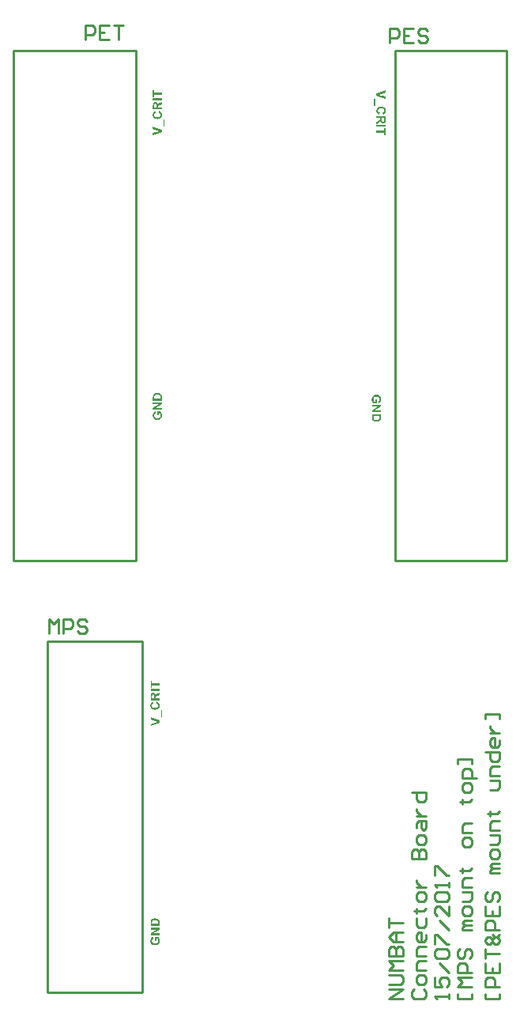
<source format=gto>
G04 Layer_Color=65535*
%FSLAX23Y23*%
%MOIN*%
G70*
G01*
G75*
%ADD17C,0.010*%
G36*
X876Y1705D02*
Y1697D01*
X838Y1683D01*
Y1691D01*
X866Y1701D01*
X838Y1711D01*
Y1719D01*
X876Y1705D01*
D02*
G37*
G36*
X868Y3086D02*
X869D01*
X869Y3086D01*
X870Y3086D01*
X871Y3086D01*
X872Y3086D01*
X874Y3086D01*
X875Y3085D01*
X875D01*
X875Y3085D01*
X876Y3085D01*
X876Y3085D01*
X876Y3085D01*
X877Y3085D01*
X878Y3084D01*
X879Y3084D01*
X880Y3083D01*
X881Y3082D01*
X882Y3081D01*
X882Y3081D01*
X882Y3081D01*
X883Y3080D01*
X883Y3080D01*
X884Y3079D01*
X884Y3078D01*
X885Y3077D01*
X885Y3076D01*
Y3076D01*
X885Y3076D01*
Y3075D01*
X885Y3075D01*
X885Y3075D01*
X885Y3074D01*
X886Y3073D01*
X886Y3072D01*
X886Y3070D01*
X886Y3069D01*
Y3054D01*
X847D01*
Y3068D01*
Y3068D01*
Y3069D01*
Y3069D01*
Y3069D01*
Y3070D01*
X847Y3070D01*
X848Y3071D01*
X848Y3072D01*
X848Y3074D01*
X848Y3075D01*
X848Y3076D01*
Y3076D01*
X848Y3076D01*
X848Y3076D01*
X848Y3076D01*
X849Y3077D01*
X849Y3078D01*
X850Y3079D01*
X850Y3080D01*
X851Y3081D01*
X852Y3081D01*
Y3082D01*
X852Y3082D01*
X852Y3082D01*
X853Y3082D01*
X853Y3083D01*
X854Y3083D01*
X855Y3084D01*
X857Y3085D01*
X858Y3085D01*
X858D01*
X858Y3085D01*
X858Y3085D01*
X859Y3085D01*
X859Y3085D01*
X859Y3086D01*
X860Y3086D01*
X860Y3086D01*
X861Y3086D01*
X862Y3086D01*
X863Y3086D01*
X863Y3086D01*
X865Y3086D01*
X867Y3086D01*
X868D01*
X868Y3086D01*
D02*
G37*
G36*
X886Y3038D02*
X861Y3023D01*
X886D01*
Y3016D01*
X847D01*
Y3023D01*
X873Y3039D01*
X847D01*
Y3046D01*
X886D01*
Y3038D01*
D02*
G37*
G36*
X887Y1718D02*
X882D01*
Y1749D01*
X887D01*
Y1718D01*
D02*
G37*
G36*
X876Y1830D02*
X838D01*
Y1838D01*
X876D01*
Y1830D01*
D02*
G37*
G36*
Y1817D02*
X868Y1811D01*
X868Y1811D01*
X867Y1811D01*
X867Y1811D01*
X867Y1811D01*
X867Y1810D01*
X866Y1810D01*
X865Y1809D01*
X864Y1809D01*
X863Y1808D01*
X863Y1807D01*
X862Y1807D01*
X862Y1807D01*
X862Y1807D01*
X862Y1807D01*
X862Y1807D01*
X861Y1806D01*
X861Y1806D01*
X861Y1806D01*
X861Y1805D01*
X860Y1805D01*
Y1805D01*
X860Y1804D01*
X860Y1804D01*
X860Y1804D01*
X860Y1803D01*
X860Y1802D01*
X860Y1802D01*
Y1801D01*
Y1799D01*
X876D01*
Y1791D01*
X838D01*
Y1808D01*
Y1808D01*
Y1808D01*
Y1808D01*
Y1809D01*
X838Y1809D01*
Y1810D01*
X838Y1810D01*
Y1811D01*
X838Y1813D01*
X838Y1814D01*
X838Y1815D01*
X838Y1816D01*
X839Y1817D01*
Y1817D01*
X839Y1817D01*
X839Y1817D01*
X839Y1818D01*
X839Y1818D01*
X840Y1819D01*
X841Y1820D01*
X841Y1820D01*
X842Y1821D01*
X842D01*
X842Y1821D01*
X843Y1821D01*
X843Y1821D01*
X843Y1822D01*
X844Y1822D01*
X845Y1822D01*
X846Y1823D01*
X847Y1823D01*
X848Y1823D01*
X849D01*
X849Y1823D01*
X849D01*
X850Y1823D01*
X851Y1822D01*
X852Y1822D01*
X853Y1822D01*
X854Y1821D01*
X855Y1821D01*
X856Y1820D01*
X856Y1820D01*
X856Y1820D01*
X856Y1820D01*
X856Y1820D01*
X856Y1820D01*
X856Y1819D01*
X857Y1819D01*
X857Y1818D01*
X857Y1818D01*
X858Y1817D01*
X858Y1817D01*
X858Y1816D01*
X858Y1815D01*
X859Y1814D01*
X859Y1814D01*
X859Y1813D01*
Y1813D01*
X859Y1813D01*
X859Y1813D01*
X860Y1814D01*
X860Y1814D01*
X860Y1815D01*
X861Y1815D01*
X862Y1816D01*
X862Y1817D01*
X862Y1817D01*
X863Y1817D01*
X863Y1817D01*
X864Y1818D01*
X865Y1819D01*
X865Y1819D01*
X866Y1819D01*
X866Y1820D01*
X867Y1820D01*
X868Y1821D01*
X868Y1821D01*
X876Y1826D01*
Y1817D01*
D02*
G37*
G36*
X864Y1785D02*
X865Y1785D01*
X865Y1784D01*
X866Y1784D01*
X866Y1784D01*
X867Y1784D01*
X868Y1783D01*
X869Y1783D01*
X871Y1782D01*
X872Y1780D01*
X873Y1780D01*
X874Y1779D01*
X874Y1779D01*
X874Y1779D01*
X874Y1779D01*
X874Y1778D01*
X874Y1778D01*
X875Y1777D01*
X875Y1777D01*
X875Y1776D01*
X875Y1775D01*
X876Y1775D01*
X876Y1774D01*
X876Y1773D01*
X876Y1772D01*
X877Y1771D01*
X877Y1770D01*
X877Y1769D01*
Y1769D01*
Y1768D01*
X877Y1768D01*
X877Y1767D01*
X876Y1767D01*
X876Y1766D01*
X876Y1765D01*
X876Y1764D01*
X876Y1763D01*
X875Y1762D01*
X875Y1761D01*
X874Y1760D01*
X874Y1759D01*
X873Y1758D01*
X872Y1757D01*
X871Y1756D01*
X871Y1756D01*
X871Y1756D01*
X871Y1756D01*
X870Y1755D01*
X870Y1755D01*
X869Y1755D01*
X869Y1754D01*
X868Y1754D01*
X867Y1753D01*
X866Y1753D01*
X864Y1752D01*
X863Y1752D01*
X862Y1752D01*
X860Y1752D01*
X859Y1751D01*
X857Y1751D01*
X857D01*
X856Y1751D01*
X856D01*
X855Y1751D01*
X854Y1752D01*
X853Y1752D01*
X852Y1752D01*
X850Y1752D01*
X849Y1753D01*
X848Y1753D01*
X847Y1753D01*
X846Y1754D01*
X844Y1755D01*
X843Y1755D01*
X842Y1756D01*
X842Y1756D01*
X842Y1756D01*
X842Y1757D01*
X841Y1757D01*
X841Y1758D01*
X841Y1758D01*
X840Y1759D01*
X840Y1760D01*
X839Y1761D01*
X839Y1762D01*
X838Y1763D01*
X838Y1764D01*
X837Y1765D01*
X837Y1766D01*
X837Y1768D01*
X837Y1769D01*
Y1769D01*
Y1770D01*
Y1770D01*
X837Y1770D01*
X837Y1771D01*
X837Y1772D01*
X837Y1772D01*
X837Y1773D01*
X838Y1774D01*
X838Y1775D01*
X838Y1776D01*
X839Y1777D01*
X839Y1778D01*
X840Y1779D01*
X840Y1780D01*
X841Y1781D01*
Y1781D01*
X841Y1781D01*
X841Y1781D01*
X841Y1781D01*
X842Y1781D01*
X842Y1782D01*
X843Y1782D01*
X844Y1783D01*
X845Y1783D01*
X846Y1784D01*
X848Y1785D01*
X850Y1777D01*
X850D01*
X850Y1777D01*
X850D01*
X849Y1777D01*
X849Y1777D01*
X848Y1776D01*
X847Y1776D01*
X847Y1775D01*
X846Y1775D01*
X845Y1774D01*
X845Y1774D01*
X845Y1774D01*
X845Y1773D01*
X844Y1773D01*
X844Y1772D01*
X844Y1771D01*
X844Y1770D01*
X843Y1769D01*
Y1769D01*
Y1769D01*
Y1768D01*
X844Y1768D01*
X844Y1768D01*
X844Y1767D01*
X844Y1766D01*
X844Y1765D01*
X845Y1764D01*
X845Y1763D01*
X846Y1763D01*
X846Y1762D01*
X847Y1762D01*
X847D01*
X847Y1762D01*
X847Y1762D01*
X847Y1761D01*
X848Y1761D01*
X848Y1761D01*
X848Y1761D01*
X849Y1761D01*
X850Y1760D01*
X850Y1760D01*
X851Y1760D01*
X852Y1760D01*
X853Y1759D01*
X854Y1759D01*
X855Y1759D01*
X857Y1759D01*
X857D01*
X858Y1759D01*
X858D01*
X859Y1759D01*
X860Y1759D01*
X861Y1760D01*
X862Y1760D01*
X864Y1760D01*
X865Y1761D01*
X866Y1761D01*
X866Y1761D01*
X867Y1762D01*
X867Y1762D01*
X867Y1762D01*
X867Y1762D01*
X867Y1762D01*
X868Y1763D01*
X868Y1764D01*
X869Y1765D01*
X870Y1766D01*
X870Y1767D01*
X870Y1768D01*
X870Y1769D01*
Y1769D01*
Y1769D01*
Y1769D01*
X870Y1769D01*
X870Y1770D01*
X870Y1770D01*
X870Y1771D01*
X869Y1772D01*
X869Y1773D01*
X868Y1774D01*
X868Y1774D01*
X868Y1774D01*
X867Y1775D01*
X867Y1775D01*
X866Y1776D01*
X865Y1776D01*
X863Y1777D01*
X862Y1777D01*
X864Y1785D01*
X864D01*
X864Y1785D01*
D02*
G37*
G36*
X858Y872D02*
X859D01*
X859Y872D01*
X860Y872D01*
X861Y872D01*
X863Y871D01*
X864Y871D01*
X865Y871D01*
X865D01*
X865Y871D01*
X866Y870D01*
X866Y870D01*
X866Y870D01*
X867Y870D01*
X868Y870D01*
X869Y869D01*
X870Y868D01*
X871Y867D01*
X872Y867D01*
X872Y866D01*
X872Y866D01*
X873Y866D01*
X873Y865D01*
X874Y864D01*
X874Y863D01*
X875Y862D01*
X875Y861D01*
Y861D01*
X875Y861D01*
Y861D01*
X875Y861D01*
X875Y860D01*
X876Y859D01*
X876Y858D01*
X876Y857D01*
X876Y856D01*
X876Y854D01*
Y840D01*
X838D01*
Y854D01*
Y854D01*
Y854D01*
Y854D01*
Y855D01*
Y855D01*
X838Y855D01*
X838Y857D01*
X838Y858D01*
X838Y859D01*
X838Y860D01*
X838Y861D01*
Y861D01*
X838Y861D01*
X838Y861D01*
X839Y862D01*
X839Y862D01*
X839Y863D01*
X840Y864D01*
X840Y865D01*
X841Y866D01*
X842Y867D01*
Y867D01*
X842Y867D01*
X842Y867D01*
X843Y868D01*
X844Y868D01*
X845Y869D01*
X846Y869D01*
X847Y870D01*
X848Y871D01*
X848D01*
X848Y871D01*
X849Y871D01*
X849Y871D01*
X849Y871D01*
X850Y871D01*
X850Y871D01*
X851Y871D01*
X851Y871D01*
X852Y871D01*
X853Y872D01*
X854Y872D01*
X855Y872D01*
X857Y872D01*
X858D01*
X858Y872D01*
D02*
G37*
G36*
X876Y824D02*
X851Y808D01*
X876D01*
Y801D01*
X838D01*
Y808D01*
X863Y824D01*
X838D01*
Y832D01*
X876D01*
Y824D01*
D02*
G37*
G36*
X871Y794D02*
X871Y794D01*
X871Y793D01*
X871Y793D01*
X872Y793D01*
X872Y792D01*
X873Y791D01*
X874Y790D01*
X874Y788D01*
X875Y787D01*
Y787D01*
X875Y786D01*
X875Y786D01*
X875Y786D01*
X875Y785D01*
X875Y785D01*
X876Y784D01*
X876Y784D01*
X876Y782D01*
X876Y781D01*
X877Y779D01*
X877Y777D01*
Y777D01*
Y777D01*
Y777D01*
X877Y776D01*
Y776D01*
X877Y775D01*
X876Y775D01*
X876Y774D01*
X876Y772D01*
X876Y770D01*
X875Y769D01*
X875Y768D01*
X874Y767D01*
X874Y767D01*
X874Y767D01*
X874Y766D01*
X874Y766D01*
X873Y766D01*
X873Y765D01*
X873Y765D01*
X872Y764D01*
X871Y763D01*
X870Y762D01*
X869Y761D01*
X867Y760D01*
X867D01*
X867Y760D01*
X866Y760D01*
X866Y760D01*
X866Y760D01*
X865Y759D01*
X865Y759D01*
X864Y759D01*
X863Y759D01*
X862Y759D01*
X861Y758D01*
X859Y758D01*
X857Y758D01*
X856D01*
X856Y758D01*
X855D01*
X855Y758D01*
X854Y758D01*
X853Y758D01*
X851Y758D01*
X850Y759D01*
X848Y760D01*
X847Y760D01*
X846Y760D01*
X846Y760D01*
X846Y760D01*
X846Y761D01*
X845Y761D01*
X845Y761D01*
X844Y761D01*
X844Y762D01*
X843Y762D01*
X843Y763D01*
X842Y763D01*
X842Y764D01*
X841Y765D01*
X840Y765D01*
X840Y766D01*
X839Y768D01*
Y768D01*
X839Y768D01*
X839Y768D01*
X838Y768D01*
X838Y769D01*
X838Y769D01*
X838Y770D01*
X838Y770D01*
X838Y771D01*
X837Y772D01*
X837Y772D01*
X837Y773D01*
X837Y775D01*
X837Y777D01*
Y777D01*
Y777D01*
Y778D01*
X837Y778D01*
X837Y779D01*
X837Y779D01*
X837Y780D01*
X837Y781D01*
X838Y783D01*
X838Y785D01*
X838Y786D01*
X839Y786D01*
X839Y787D01*
X840Y788D01*
X840Y788D01*
X840Y788D01*
X840Y788D01*
X840Y789D01*
X841Y789D01*
X841Y789D01*
X842Y790D01*
X842Y790D01*
X843Y791D01*
X843Y791D01*
X844Y792D01*
X845Y792D01*
X845Y792D01*
X846Y793D01*
X847Y793D01*
X848Y793D01*
X850Y786D01*
X850D01*
X849Y786D01*
X849Y785D01*
X849Y785D01*
X848Y785D01*
X847Y784D01*
X847Y784D01*
X846Y783D01*
X845Y782D01*
X845Y782D01*
X845Y782D01*
X845Y782D01*
X844Y781D01*
X844Y780D01*
X844Y779D01*
X844Y778D01*
X843Y777D01*
Y777D01*
Y777D01*
Y776D01*
X844Y776D01*
X844Y776D01*
X844Y775D01*
X844Y775D01*
X844Y774D01*
X844Y773D01*
X845Y772D01*
X845Y771D01*
X845Y771D01*
X846Y770D01*
X846Y769D01*
X847Y769D01*
X847Y769D01*
X847Y769D01*
X847Y769D01*
X847Y768D01*
X848Y768D01*
X848Y768D01*
X849Y768D01*
X849Y767D01*
X850Y767D01*
X851Y767D01*
X851Y767D01*
X852Y766D01*
X853Y766D01*
X854Y766D01*
X855Y766D01*
X856Y766D01*
X857D01*
X857Y766D01*
X858Y766D01*
X859Y766D01*
X859Y766D01*
X860Y766D01*
X862Y767D01*
X864Y767D01*
X864Y767D01*
X865Y768D01*
X866Y768D01*
X867Y769D01*
X867Y769D01*
X867Y769D01*
X867Y769D01*
X867Y769D01*
X867Y770D01*
X868Y770D01*
X868Y771D01*
X868Y771D01*
X869Y772D01*
X869Y772D01*
X870Y774D01*
X870Y774D01*
X870Y775D01*
X870Y776D01*
X870Y777D01*
Y777D01*
Y777D01*
Y777D01*
X870Y778D01*
X870Y778D01*
X870Y779D01*
X870Y780D01*
X869Y781D01*
X869Y782D01*
Y782D01*
X869Y782D01*
X869Y782D01*
X869Y783D01*
X868Y783D01*
X868Y784D01*
X868Y785D01*
X867Y785D01*
X867Y786D01*
X862D01*
Y777D01*
X855D01*
Y794D01*
X871D01*
X871Y794D01*
D02*
G37*
G36*
X1810Y2983D02*
Y2983D01*
Y2983D01*
Y2982D01*
Y2982D01*
Y2982D01*
X1810Y2981D01*
X1810Y2980D01*
X1810Y2979D01*
X1810Y2978D01*
X1810Y2977D01*
X1809Y2975D01*
Y2975D01*
X1809Y2975D01*
X1809Y2975D01*
X1809Y2975D01*
X1809Y2974D01*
X1808Y2973D01*
X1808Y2973D01*
X1807Y2972D01*
X1807Y2971D01*
X1806Y2970D01*
Y2970D01*
X1806Y2970D01*
X1805Y2969D01*
X1805Y2969D01*
X1804Y2968D01*
X1803Y2968D01*
X1802Y2967D01*
X1801Y2967D01*
X1800Y2966D01*
X1799D01*
X1799Y2966D01*
X1799Y2966D01*
X1799Y2966D01*
X1799Y2966D01*
X1798Y2966D01*
X1798Y2966D01*
X1797Y2965D01*
X1796Y2965D01*
X1796Y2965D01*
X1795Y2965D01*
X1794Y2965D01*
X1792Y2965D01*
X1790Y2965D01*
X1790D01*
X1789Y2965D01*
X1789D01*
X1788Y2965D01*
X1788Y2965D01*
X1786Y2965D01*
X1785Y2965D01*
X1784Y2966D01*
X1782Y2966D01*
X1782D01*
X1782Y2966D01*
X1782Y2966D01*
X1782Y2966D01*
X1781Y2966D01*
X1781Y2967D01*
X1780Y2967D01*
X1779Y2968D01*
X1778Y2968D01*
X1777Y2969D01*
X1775Y2970D01*
X1775Y2970D01*
X1775Y2970D01*
X1775Y2971D01*
X1774Y2972D01*
X1774Y2972D01*
X1773Y2973D01*
X1773Y2974D01*
X1772Y2976D01*
Y2976D01*
X1772Y2976D01*
Y2976D01*
X1772Y2976D01*
X1772Y2977D01*
X1772Y2977D01*
X1772Y2978D01*
X1772Y2979D01*
X1772Y2981D01*
X1772Y2982D01*
Y2997D01*
X1810D01*
Y2983D01*
D02*
G37*
G36*
X881Y3008D02*
X881Y3008D01*
X881Y3008D01*
X881Y3008D01*
X881Y3007D01*
X882Y3007D01*
X883Y3006D01*
X883Y3004D01*
X884Y3003D01*
X885Y3001D01*
Y3001D01*
X885Y3001D01*
X885Y3001D01*
X885Y3000D01*
X885Y3000D01*
X885Y3000D01*
X885Y2999D01*
X886Y2998D01*
X886Y2997D01*
X886Y2995D01*
X886Y2994D01*
X887Y2992D01*
Y2992D01*
Y2992D01*
Y2991D01*
X886Y2991D01*
Y2990D01*
X886Y2990D01*
X886Y2989D01*
X886Y2988D01*
X886Y2987D01*
X885Y2985D01*
X885Y2983D01*
X884Y2982D01*
X884Y2981D01*
X884Y2981D01*
X884Y2981D01*
X884Y2981D01*
X884Y2981D01*
X883Y2980D01*
X883Y2980D01*
X883Y2979D01*
X882Y2979D01*
X881Y2978D01*
X880Y2977D01*
X878Y2976D01*
X877Y2975D01*
X877D01*
X877Y2975D01*
X876Y2974D01*
X876Y2974D01*
X876Y2974D01*
X875Y2974D01*
X874Y2974D01*
X874Y2974D01*
X873Y2973D01*
X872Y2973D01*
X870Y2973D01*
X869Y2973D01*
X867Y2972D01*
X866D01*
X866Y2972D01*
X865D01*
X864Y2973D01*
X864Y2973D01*
X863Y2973D01*
X861Y2973D01*
X859Y2973D01*
X858Y2974D01*
X857Y2974D01*
X856Y2975D01*
X856Y2975D01*
X856Y2975D01*
X855Y2975D01*
X855Y2975D01*
X855Y2976D01*
X854Y2976D01*
X854Y2976D01*
X853Y2977D01*
X853Y2977D01*
X852Y2978D01*
X851Y2978D01*
X851Y2979D01*
X850Y2980D01*
X850Y2981D01*
X849Y2982D01*
Y2982D01*
X849Y2982D01*
X848Y2983D01*
X848Y2983D01*
X848Y2983D01*
X848Y2984D01*
X848Y2984D01*
X848Y2985D01*
X847Y2985D01*
X847Y2986D01*
X847Y2987D01*
X847Y2988D01*
X847Y2989D01*
X847Y2991D01*
Y2992D01*
Y2992D01*
Y2992D01*
X847Y2993D01*
X847Y2993D01*
X847Y2994D01*
X847Y2995D01*
X847Y2996D01*
X847Y2997D01*
X848Y2999D01*
X848Y3000D01*
X849Y3001D01*
X849Y3002D01*
X850Y3003D01*
X850Y3003D01*
X850Y3003D01*
X850Y3003D01*
X850Y3003D01*
X851Y3004D01*
X851Y3004D01*
X851Y3004D01*
X852Y3005D01*
X852Y3005D01*
X853Y3006D01*
X854Y3006D01*
X854Y3007D01*
X855Y3007D01*
X856Y3007D01*
X857Y3008D01*
X858Y3008D01*
X859Y3000D01*
X859D01*
X859Y3000D01*
X859Y3000D01*
X858Y3000D01*
X858Y2999D01*
X857Y2999D01*
X856Y2998D01*
X856Y2998D01*
X855Y2997D01*
X855Y2997D01*
X855Y2997D01*
X854Y2996D01*
X854Y2996D01*
X854Y2995D01*
X854Y2994D01*
X853Y2993D01*
X853Y2991D01*
Y2991D01*
Y2991D01*
Y2991D01*
X853Y2991D01*
X853Y2990D01*
X853Y2990D01*
X854Y2989D01*
X854Y2989D01*
X854Y2987D01*
X854Y2987D01*
X855Y2986D01*
X855Y2985D01*
X855Y2985D01*
X856Y2984D01*
X857Y2983D01*
X857Y2983D01*
X857Y2983D01*
X857Y2983D01*
X857Y2983D01*
X858Y2983D01*
X858Y2982D01*
X858Y2982D01*
X859Y2982D01*
X860Y2982D01*
X860Y2981D01*
X861Y2981D01*
X862Y2981D01*
X863Y2981D01*
X864Y2981D01*
X865Y2980D01*
X866Y2980D01*
X867D01*
X867Y2980D01*
X868Y2981D01*
X869Y2981D01*
X869Y2981D01*
X870Y2981D01*
X872Y2981D01*
X873Y2982D01*
X874Y2982D01*
X875Y2982D01*
X876Y2983D01*
X877Y2983D01*
X877Y2983D01*
X877Y2984D01*
X877Y2984D01*
X877Y2984D01*
X877Y2984D01*
X878Y2985D01*
X878Y2985D01*
X878Y2986D01*
X879Y2986D01*
X879Y2987D01*
X879Y2988D01*
X880Y2989D01*
X880Y2990D01*
X880Y2991D01*
X880Y2991D01*
Y2991D01*
Y2992D01*
Y2992D01*
X880Y2992D01*
X880Y2993D01*
X880Y2994D01*
X880Y2995D01*
X879Y2995D01*
X879Y2996D01*
Y2996D01*
X879Y2996D01*
X879Y2997D01*
X879Y2997D01*
X878Y2998D01*
X878Y2998D01*
X878Y2999D01*
X877Y3000D01*
X877Y3001D01*
X872D01*
Y2992D01*
X865D01*
Y3008D01*
X881D01*
X881Y3008D01*
D02*
G37*
G36*
X1792Y3079D02*
X1793D01*
X1793Y3079D01*
X1794Y3079D01*
X1795Y3078D01*
X1796Y3078D01*
X1798Y3078D01*
X1800Y3077D01*
X1801Y3077D01*
X1802Y3076D01*
X1802Y3076D01*
X1802Y3076D01*
X1802Y3076D01*
X1802Y3076D01*
X1803Y3076D01*
X1803Y3075D01*
X1804Y3075D01*
X1804Y3074D01*
X1805Y3074D01*
X1805Y3073D01*
X1806Y3073D01*
X1807Y3072D01*
X1807Y3071D01*
X1808Y3071D01*
X1809Y3069D01*
Y3069D01*
X1809Y3069D01*
X1809Y3069D01*
X1809Y3068D01*
X1809Y3068D01*
X1809Y3067D01*
X1810Y3067D01*
X1810Y3066D01*
X1810Y3066D01*
X1810Y3065D01*
X1810Y3064D01*
X1811Y3063D01*
X1811Y3062D01*
X1811Y3060D01*
Y3060D01*
Y3059D01*
Y3059D01*
X1811Y3059D01*
X1811Y3058D01*
X1811Y3057D01*
X1811Y3056D01*
X1810Y3056D01*
X1810Y3054D01*
X1810Y3052D01*
X1809Y3051D01*
X1809Y3050D01*
X1808Y3049D01*
X1808Y3049D01*
X1808Y3048D01*
X1808Y3048D01*
X1807Y3048D01*
X1807Y3048D01*
X1807Y3048D01*
X1807Y3047D01*
X1806Y3047D01*
X1806Y3046D01*
X1805Y3046D01*
X1804Y3045D01*
X1804Y3045D01*
X1803Y3045D01*
X1802Y3044D01*
X1801Y3044D01*
X1800Y3044D01*
X1800Y3043D01*
X1798Y3051D01*
X1798D01*
X1798Y3051D01*
X1799Y3051D01*
X1799Y3051D01*
X1800Y3052D01*
X1800Y3052D01*
X1801Y3053D01*
X1802Y3053D01*
X1803Y3054D01*
X1803Y3054D01*
X1803Y3055D01*
X1803Y3055D01*
X1803Y3056D01*
X1804Y3056D01*
X1804Y3057D01*
X1804Y3058D01*
X1804Y3060D01*
Y3060D01*
Y3060D01*
Y3060D01*
X1804Y3061D01*
X1804Y3061D01*
X1804Y3061D01*
X1804Y3062D01*
X1804Y3063D01*
X1803Y3064D01*
X1803Y3065D01*
X1803Y3065D01*
X1802Y3066D01*
X1802Y3067D01*
X1801Y3067D01*
X1801Y3068D01*
X1801Y3068D01*
X1801Y3068D01*
X1801Y3068D01*
X1800Y3068D01*
X1800Y3068D01*
X1800Y3069D01*
X1799Y3069D01*
X1799Y3069D01*
X1798Y3070D01*
X1797Y3070D01*
X1796Y3070D01*
X1796Y3070D01*
X1795Y3070D01*
X1794Y3071D01*
X1792Y3071D01*
X1791Y3071D01*
X1791D01*
X1790Y3071D01*
X1790Y3071D01*
X1789Y3071D01*
X1788Y3070D01*
X1787Y3070D01*
X1786Y3070D01*
X1784Y3069D01*
X1783Y3069D01*
X1782Y3069D01*
X1782Y3068D01*
X1781Y3068D01*
X1781Y3068D01*
X1781Y3068D01*
X1781Y3067D01*
X1780Y3067D01*
X1780Y3067D01*
X1780Y3067D01*
X1780Y3066D01*
X1779Y3066D01*
X1779Y3065D01*
X1779Y3064D01*
X1778Y3063D01*
X1778Y3062D01*
X1778Y3062D01*
X1778Y3061D01*
X1778Y3060D01*
Y3060D01*
Y3060D01*
Y3059D01*
X1778Y3059D01*
X1778Y3058D01*
X1778Y3057D01*
X1778Y3057D01*
X1778Y3056D01*
X1778Y3055D01*
Y3055D01*
X1779Y3055D01*
X1779Y3054D01*
X1779Y3054D01*
X1779Y3053D01*
X1779Y3053D01*
X1780Y3052D01*
X1780Y3051D01*
X1781Y3051D01*
X1786D01*
Y3060D01*
X1792D01*
Y3043D01*
X1777D01*
X1777Y3043D01*
X1777Y3043D01*
X1776Y3043D01*
X1776Y3044D01*
X1776Y3044D01*
X1775Y3045D01*
X1775Y3046D01*
X1774Y3047D01*
X1773Y3048D01*
X1773Y3050D01*
Y3050D01*
X1773Y3050D01*
X1773Y3050D01*
X1772Y3051D01*
X1772Y3051D01*
X1772Y3052D01*
X1772Y3052D01*
X1772Y3053D01*
X1771Y3054D01*
X1771Y3056D01*
X1771Y3057D01*
X1771Y3059D01*
Y3059D01*
Y3060D01*
Y3060D01*
X1771Y3060D01*
Y3061D01*
X1771Y3061D01*
X1771Y3062D01*
X1771Y3063D01*
X1772Y3064D01*
X1772Y3066D01*
X1773Y3068D01*
X1773Y3069D01*
X1773Y3070D01*
X1773Y3070D01*
X1774Y3070D01*
X1774Y3070D01*
X1774Y3071D01*
X1774Y3071D01*
X1774Y3071D01*
X1775Y3072D01*
X1775Y3072D01*
X1776Y3073D01*
X1778Y3075D01*
X1779Y3076D01*
X1781Y3077D01*
X1781D01*
X1781Y3077D01*
X1781Y3077D01*
X1782Y3077D01*
X1782Y3077D01*
X1782Y3077D01*
X1783Y3077D01*
X1784Y3078D01*
X1784Y3078D01*
X1785Y3078D01*
X1787Y3078D01*
X1789Y3079D01*
X1791Y3079D01*
X1792D01*
X1792Y3079D01*
D02*
G37*
G36*
X1810Y3028D02*
X1784Y3012D01*
X1810D01*
Y3005D01*
X1772D01*
Y3013D01*
X1797Y3028D01*
X1772D01*
Y3036D01*
X1810D01*
Y3028D01*
D02*
G37*
G36*
X844Y1862D02*
X876D01*
Y1854D01*
X844D01*
Y1842D01*
X838D01*
Y1873D01*
X844D01*
Y1862D01*
D02*
G37*
G36*
X1830Y4208D02*
X1791D01*
Y4215D01*
X1830D01*
Y4208D01*
D02*
G37*
G36*
Y4172D02*
X1823D01*
Y4184D01*
X1791D01*
Y4192D01*
X1823D01*
Y4203D01*
X1830D01*
Y4172D01*
D02*
G37*
G36*
X854Y4352D02*
X886D01*
Y4344D01*
X854D01*
Y4333D01*
X847D01*
Y4363D01*
X854D01*
Y4352D01*
D02*
G37*
G36*
X1830Y4238D02*
Y4237D01*
Y4237D01*
Y4237D01*
Y4237D01*
X1830Y4236D01*
Y4235D01*
X1830Y4235D01*
Y4234D01*
X1829Y4233D01*
X1829Y4231D01*
X1829Y4230D01*
X1829Y4229D01*
X1829Y4229D01*
Y4229D01*
X1829Y4229D01*
X1828Y4228D01*
X1828Y4228D01*
X1828Y4227D01*
X1827Y4226D01*
X1827Y4226D01*
X1826Y4225D01*
X1825Y4224D01*
X1825D01*
X1825Y4224D01*
X1825Y4224D01*
X1825Y4224D01*
X1824Y4224D01*
X1823Y4223D01*
X1822Y4223D01*
X1821Y4223D01*
X1820Y4223D01*
X1819Y4222D01*
X1819D01*
X1818Y4223D01*
X1818D01*
X1817Y4223D01*
X1816Y4223D01*
X1815Y4223D01*
X1814Y4224D01*
X1813Y4224D01*
X1812Y4225D01*
X1812Y4225D01*
X1812Y4225D01*
X1812Y4225D01*
X1812Y4225D01*
X1811Y4226D01*
X1811Y4226D01*
X1811Y4226D01*
X1811Y4226D01*
X1810Y4227D01*
X1810Y4227D01*
X1810Y4228D01*
X1809Y4229D01*
X1809Y4229D01*
X1809Y4230D01*
X1809Y4231D01*
X1808Y4232D01*
X1808Y4233D01*
Y4233D01*
X1808Y4233D01*
X1808Y4232D01*
X1808Y4232D01*
X1807Y4231D01*
X1807Y4231D01*
X1806Y4230D01*
X1806Y4229D01*
X1805Y4229D01*
X1805Y4228D01*
X1805Y4228D01*
X1804Y4228D01*
X1804Y4227D01*
X1803Y4227D01*
X1802Y4226D01*
X1802Y4226D01*
X1801Y4226D01*
X1800Y4225D01*
X1800Y4225D01*
X1799Y4224D01*
X1791Y4219D01*
Y4229D01*
X1800Y4234D01*
X1800Y4234D01*
X1800Y4234D01*
X1800Y4234D01*
X1800Y4235D01*
X1801Y4235D01*
X1801Y4235D01*
X1802Y4236D01*
X1803Y4237D01*
X1804Y4237D01*
X1805Y4238D01*
X1805Y4238D01*
X1805Y4238D01*
X1805Y4238D01*
X1805Y4238D01*
X1806Y4239D01*
X1806Y4239D01*
X1806Y4239D01*
X1806Y4240D01*
X1807Y4240D01*
X1807Y4241D01*
Y4241D01*
X1807Y4241D01*
X1807Y4241D01*
X1807Y4242D01*
X1807Y4242D01*
X1807Y4243D01*
X1807Y4244D01*
Y4245D01*
Y4246D01*
X1791D01*
Y4254D01*
X1830D01*
Y4238D01*
D02*
G37*
G36*
Y4354D02*
X1801Y4344D01*
X1830Y4335D01*
Y4326D01*
X1791Y4340D01*
Y4348D01*
X1830Y4362D01*
Y4354D01*
D02*
G37*
G36*
X1786Y4296D02*
X1781D01*
Y4327D01*
X1786D01*
Y4296D01*
D02*
G37*
G36*
X1811Y4294D02*
X1812D01*
X1813Y4294D01*
X1814Y4294D01*
X1815Y4294D01*
X1816Y4293D01*
X1817Y4293D01*
X1818Y4293D01*
X1819Y4292D01*
X1821Y4292D01*
X1822Y4291D01*
X1823Y4291D01*
X1824Y4290D01*
X1825Y4289D01*
X1825Y4289D01*
X1825Y4289D01*
X1826Y4289D01*
X1826Y4288D01*
X1826Y4288D01*
X1827Y4287D01*
X1827Y4286D01*
X1828Y4286D01*
X1828Y4285D01*
X1829Y4284D01*
X1829Y4283D01*
X1830Y4282D01*
X1830Y4280D01*
X1830Y4279D01*
X1830Y4278D01*
X1830Y4276D01*
Y4276D01*
Y4276D01*
Y4275D01*
X1830Y4275D01*
X1830Y4274D01*
X1830Y4274D01*
X1830Y4273D01*
X1830Y4272D01*
X1830Y4271D01*
X1829Y4270D01*
X1829Y4269D01*
X1829Y4268D01*
X1828Y4267D01*
X1828Y4266D01*
X1827Y4265D01*
X1826Y4265D01*
Y4265D01*
X1826Y4265D01*
X1826Y4264D01*
X1826Y4264D01*
X1826Y4264D01*
X1825Y4264D01*
X1824Y4263D01*
X1823Y4263D01*
X1822Y4262D01*
X1821Y4261D01*
X1819Y4261D01*
X1817Y4268D01*
X1817D01*
X1818Y4268D01*
X1818D01*
X1818Y4269D01*
X1818Y4269D01*
X1819Y4269D01*
X1820Y4269D01*
X1821Y4270D01*
X1821Y4271D01*
X1822Y4271D01*
X1822Y4271D01*
X1822Y4272D01*
X1823Y4272D01*
X1823Y4273D01*
X1823Y4273D01*
X1824Y4274D01*
X1824Y4275D01*
X1824Y4276D01*
Y4277D01*
Y4277D01*
Y4277D01*
X1824Y4277D01*
X1824Y4278D01*
X1824Y4278D01*
X1823Y4279D01*
X1823Y4280D01*
X1823Y4281D01*
X1822Y4282D01*
X1822Y4282D01*
X1821Y4283D01*
X1821Y4283D01*
X1821D01*
X1821Y4284D01*
X1820Y4284D01*
X1820Y4284D01*
X1820Y4284D01*
X1819Y4284D01*
X1819Y4284D01*
X1818Y4285D01*
X1818Y4285D01*
X1817Y4285D01*
X1816Y4285D01*
X1815Y4286D01*
X1814Y4286D01*
X1813Y4286D01*
X1812Y4286D01*
X1811Y4286D01*
X1810D01*
X1810Y4286D01*
X1809D01*
X1808Y4286D01*
X1808Y4286D01*
X1807Y4286D01*
X1805Y4285D01*
X1803Y4285D01*
X1802Y4285D01*
X1802Y4284D01*
X1801Y4284D01*
X1800Y4283D01*
X1800Y4283D01*
X1800Y4283D01*
X1800Y4283D01*
X1800Y4283D01*
X1799Y4282D01*
X1799Y4282D01*
X1798Y4281D01*
X1798Y4279D01*
X1797Y4278D01*
X1797Y4277D01*
X1797Y4277D01*
Y4277D01*
Y4277D01*
Y4276D01*
X1797Y4276D01*
X1797Y4276D01*
X1797Y4275D01*
X1798Y4274D01*
X1798Y4273D01*
X1799Y4272D01*
X1799Y4271D01*
X1799Y4271D01*
X1800Y4271D01*
X1800Y4271D01*
X1801Y4270D01*
X1802Y4270D01*
X1803Y4269D01*
X1804Y4269D01*
X1805Y4268D01*
X1803Y4261D01*
X1803D01*
X1803Y4261D01*
X1802Y4261D01*
X1802Y4261D01*
X1802Y4261D01*
X1801Y4261D01*
X1800Y4262D01*
X1800Y4262D01*
X1798Y4263D01*
X1796Y4264D01*
X1795Y4265D01*
X1794Y4266D01*
X1794Y4266D01*
X1794Y4266D01*
X1794Y4267D01*
X1793Y4267D01*
X1793Y4267D01*
X1793Y4267D01*
X1793Y4268D01*
X1793Y4269D01*
X1792Y4269D01*
X1792Y4270D01*
X1792Y4271D01*
X1791Y4271D01*
X1791Y4272D01*
X1791Y4273D01*
X1791Y4274D01*
X1791Y4275D01*
X1791Y4277D01*
Y4277D01*
Y4277D01*
X1791Y4277D01*
X1791Y4278D01*
X1791Y4278D01*
X1791Y4279D01*
X1791Y4280D01*
X1791Y4281D01*
X1792Y4282D01*
X1792Y4283D01*
X1792Y4284D01*
X1793Y4285D01*
X1793Y4286D01*
X1794Y4287D01*
X1795Y4288D01*
X1796Y4289D01*
X1796Y4289D01*
X1796Y4289D01*
X1796Y4290D01*
X1797Y4290D01*
X1797Y4290D01*
X1798Y4291D01*
X1799Y4291D01*
X1800Y4292D01*
X1801Y4292D01*
X1802Y4292D01*
X1803Y4293D01*
X1804Y4293D01*
X1805Y4294D01*
X1807Y4294D01*
X1809Y4294D01*
X1810Y4294D01*
X1811D01*
X1811Y4294D01*
D02*
G37*
G36*
X886Y4320D02*
X847D01*
Y4328D01*
X886D01*
Y4320D01*
D02*
G37*
G36*
X896Y4209D02*
X892D01*
Y4239D01*
X896D01*
Y4209D01*
D02*
G37*
G36*
X874Y4275D02*
X875Y4275D01*
X875Y4275D01*
X876Y4274D01*
X876Y4274D01*
X877Y4274D01*
X878Y4273D01*
X879Y4273D01*
X881Y4272D01*
X882Y4270D01*
X883Y4270D01*
X883Y4269D01*
X883Y4269D01*
X884Y4269D01*
X884Y4269D01*
X884Y4268D01*
X884Y4268D01*
X884Y4267D01*
X885Y4267D01*
X885Y4266D01*
X885Y4266D01*
X886Y4265D01*
X886Y4264D01*
X886Y4263D01*
X886Y4262D01*
X886Y4261D01*
X886Y4260D01*
X886Y4259D01*
Y4259D01*
Y4259D01*
X886Y4258D01*
X886Y4258D01*
X886Y4257D01*
X886Y4256D01*
X886Y4255D01*
X886Y4254D01*
X886Y4253D01*
X885Y4252D01*
X885Y4251D01*
X884Y4250D01*
X884Y4249D01*
X883Y4248D01*
X882Y4247D01*
X881Y4246D01*
X881Y4246D01*
X881Y4246D01*
X881Y4246D01*
X880Y4246D01*
X880Y4245D01*
X879Y4245D01*
X878Y4244D01*
X878Y4244D01*
X877Y4243D01*
X876Y4243D01*
X874Y4243D01*
X873Y4242D01*
X872Y4242D01*
X870Y4242D01*
X869Y4241D01*
X867Y4241D01*
X867D01*
X866Y4241D01*
X865D01*
X865Y4242D01*
X864Y4242D01*
X863Y4242D01*
X861Y4242D01*
X860Y4242D01*
X859Y4243D01*
X858Y4243D01*
X857Y4244D01*
X855Y4244D01*
X854Y4245D01*
X853Y4245D01*
X852Y4246D01*
X852Y4246D01*
X852Y4247D01*
X852Y4247D01*
X851Y4247D01*
X851Y4248D01*
X850Y4248D01*
X850Y4249D01*
X849Y4250D01*
X849Y4251D01*
X848Y4252D01*
X848Y4253D01*
X848Y4254D01*
X847Y4255D01*
X847Y4256D01*
X847Y4258D01*
X847Y4259D01*
Y4259D01*
Y4260D01*
Y4260D01*
X847Y4261D01*
X847Y4261D01*
X847Y4262D01*
X847Y4263D01*
X847Y4263D01*
X847Y4264D01*
X848Y4265D01*
X848Y4266D01*
X848Y4267D01*
X849Y4268D01*
X849Y4269D01*
X850Y4270D01*
X851Y4271D01*
Y4271D01*
X851Y4271D01*
X851Y4271D01*
X851Y4271D01*
X852Y4271D01*
X852Y4272D01*
X853Y4272D01*
X854Y4273D01*
X855Y4274D01*
X856Y4274D01*
X858Y4275D01*
X860Y4267D01*
X860D01*
X860Y4267D01*
X859D01*
X859Y4267D01*
X859Y4267D01*
X858Y4266D01*
X857Y4266D01*
X857Y4266D01*
X856Y4265D01*
X855Y4264D01*
X855Y4264D01*
X855Y4264D01*
X855Y4263D01*
X854Y4263D01*
X854Y4262D01*
X854Y4261D01*
X853Y4260D01*
X853Y4259D01*
Y4259D01*
Y4259D01*
Y4259D01*
X853Y4258D01*
X853Y4258D01*
X853Y4257D01*
X854Y4257D01*
X854Y4255D01*
X855Y4254D01*
X855Y4254D01*
X855Y4253D01*
X856Y4253D01*
X856Y4252D01*
X856D01*
X857Y4252D01*
X857Y4252D01*
X857Y4252D01*
X857Y4251D01*
X858Y4251D01*
X858Y4251D01*
X859Y4251D01*
X859Y4250D01*
X860Y4250D01*
X861Y4250D01*
X862Y4250D01*
X863Y4250D01*
X864Y4250D01*
X865Y4249D01*
X866Y4249D01*
X867D01*
X868Y4249D01*
X868D01*
X869Y4250D01*
X870Y4250D01*
X870Y4250D01*
X872Y4250D01*
X874Y4251D01*
X875Y4251D01*
X876Y4251D01*
X876Y4252D01*
X877Y4252D01*
X877Y4252D01*
X877Y4252D01*
X877Y4252D01*
X877Y4253D01*
X878Y4253D01*
X878Y4254D01*
X879Y4255D01*
X879Y4256D01*
X880Y4257D01*
X880Y4258D01*
X880Y4259D01*
Y4259D01*
Y4259D01*
Y4259D01*
X880Y4259D01*
X880Y4260D01*
X880Y4261D01*
X879Y4261D01*
X879Y4262D01*
X879Y4263D01*
X878Y4264D01*
X878Y4264D01*
X878Y4264D01*
X877Y4265D01*
X876Y4265D01*
X876Y4266D01*
X875Y4266D01*
X873Y4267D01*
X872Y4267D01*
X874Y4275D01*
X874D01*
X874Y4275D01*
D02*
G37*
G36*
X886Y4195D02*
Y4187D01*
X847Y4173D01*
Y4182D01*
X876Y4191D01*
X847Y4201D01*
Y4209D01*
X886Y4195D01*
D02*
G37*
G36*
Y4307D02*
X878Y4301D01*
X877Y4301D01*
X877Y4301D01*
X877Y4301D01*
X877Y4301D01*
X876Y4300D01*
X876Y4300D01*
X875Y4300D01*
X874Y4299D01*
X873Y4298D01*
X872Y4298D01*
X872Y4297D01*
X872Y4297D01*
X872Y4297D01*
X872Y4297D01*
X871Y4297D01*
X871Y4296D01*
X871Y4296D01*
X871Y4296D01*
X870Y4295D01*
X870Y4295D01*
Y4295D01*
X870Y4295D01*
X870Y4294D01*
X870Y4294D01*
X870Y4293D01*
X870Y4293D01*
X870Y4292D01*
Y4291D01*
Y4289D01*
X886D01*
Y4282D01*
X847D01*
Y4298D01*
Y4298D01*
Y4298D01*
Y4298D01*
Y4299D01*
X847Y4299D01*
Y4300D01*
X848Y4301D01*
Y4301D01*
X848Y4303D01*
X848Y4304D01*
X848Y4306D01*
X848Y4306D01*
X848Y4307D01*
Y4307D01*
X849Y4307D01*
X849Y4307D01*
X849Y4308D01*
X849Y4308D01*
X850Y4309D01*
X850Y4310D01*
X851Y4311D01*
X852Y4311D01*
X852D01*
X852Y4311D01*
X852Y4311D01*
X853Y4312D01*
X853Y4312D01*
X854Y4312D01*
X855Y4312D01*
X856Y4313D01*
X857Y4313D01*
X858Y4313D01*
X859D01*
X859Y4313D01*
X859D01*
X860Y4313D01*
X861Y4313D01*
X862Y4312D01*
X863Y4312D01*
X864Y4311D01*
X865Y4311D01*
X865Y4310D01*
X865Y4310D01*
X865Y4310D01*
X866Y4310D01*
X866Y4310D01*
X866Y4310D01*
X866Y4309D01*
X867Y4309D01*
X867Y4309D01*
X867Y4308D01*
X867Y4307D01*
X868Y4307D01*
X868Y4306D01*
X868Y4305D01*
X869Y4305D01*
X869Y4304D01*
X869Y4303D01*
Y4303D01*
X869Y4303D01*
X869Y4303D01*
X869Y4304D01*
X870Y4304D01*
X870Y4305D01*
X871Y4306D01*
X871Y4306D01*
X872Y4307D01*
X872Y4307D01*
X872Y4307D01*
X873Y4308D01*
X874Y4308D01*
X874Y4309D01*
X875Y4309D01*
X876Y4309D01*
X876Y4310D01*
X877Y4310D01*
X878Y4311D01*
X878Y4311D01*
X886Y4316D01*
Y4307D01*
D02*
G37*
%LPC*%
G36*
X867Y3078D02*
X866D01*
X865Y3078D01*
X864Y3078D01*
X863Y3078D01*
X862Y3078D01*
X861Y3078D01*
X860Y3078D01*
X860D01*
X860Y3078D01*
X859Y3077D01*
X859Y3077D01*
X858Y3077D01*
X858Y3077D01*
X857Y3076D01*
X857Y3076D01*
X856Y3075D01*
X856Y3075D01*
X856Y3075D01*
X856Y3075D01*
X855Y3074D01*
X855Y3074D01*
X855Y3073D01*
X855Y3073D01*
X854Y3072D01*
Y3072D01*
X854Y3072D01*
X854Y3071D01*
X854Y3070D01*
Y3070D01*
X854Y3070D01*
Y3069D01*
X854Y3069D01*
Y3068D01*
X854Y3067D01*
Y3066D01*
Y3066D01*
Y3062D01*
X879D01*
Y3068D01*
Y3068D01*
Y3068D01*
Y3068D01*
Y3068D01*
Y3069D01*
X879Y3070D01*
Y3070D01*
X879Y3071D01*
X879Y3072D01*
X879Y3073D01*
Y3073D01*
X879Y3073D01*
X879Y3073D01*
X879Y3074D01*
X878Y3074D01*
X878Y3075D01*
X878Y3075D01*
X877Y3076D01*
X877Y3076D01*
X877Y3076D01*
X877Y3076D01*
X877Y3076D01*
X876Y3077D01*
X875Y3077D01*
X875Y3077D01*
X874Y3078D01*
X874D01*
X874Y3078D01*
X873D01*
X873Y3078D01*
X873Y3078D01*
X873Y3078D01*
X872Y3078D01*
X871Y3078D01*
X870Y3078D01*
X868Y3078D01*
X867Y3078D01*
D02*
G37*
G36*
X849Y1815D02*
X849D01*
X848Y1815D01*
X848Y1815D01*
X847Y1815D01*
X847Y1814D01*
X846Y1814D01*
X846Y1814D01*
X846Y1814D01*
X846Y1814D01*
X845Y1813D01*
X845Y1813D01*
X845Y1813D01*
X845Y1812D01*
X844Y1811D01*
X844Y1811D01*
Y1811D01*
X844Y1811D01*
Y1810D01*
X844Y1810D01*
Y1809D01*
Y1809D01*
Y1809D01*
X844Y1808D01*
Y1807D01*
Y1807D01*
Y1806D01*
Y1805D01*
Y1799D01*
X854D01*
Y1805D01*
Y1805D01*
Y1805D01*
Y1805D01*
Y1806D01*
Y1806D01*
Y1807D01*
X854Y1808D01*
X854Y1809D01*
X854Y1810D01*
X854Y1811D01*
X854Y1811D01*
X853Y1812D01*
X853Y1812D01*
Y1812D01*
X853Y1812D01*
X853Y1812D01*
X853Y1813D01*
X853Y1813D01*
X852Y1814D01*
X852Y1814D01*
X852Y1814D01*
X852Y1814D01*
X851Y1814D01*
X851Y1814D01*
X851Y1815D01*
X850Y1815D01*
X850Y1815D01*
X849Y1815D01*
D02*
G37*
G36*
X857Y864D02*
X856D01*
X855Y864D01*
X854Y864D01*
X853Y864D01*
X852Y864D01*
X851Y863D01*
X850Y863D01*
X850D01*
X850Y863D01*
X850Y863D01*
X849Y863D01*
X849Y862D01*
X848Y862D01*
X847Y862D01*
X847Y861D01*
X846Y861D01*
X846Y861D01*
X846Y861D01*
X846Y860D01*
X846Y860D01*
X845Y859D01*
X845Y859D01*
X845Y858D01*
X844Y857D01*
Y857D01*
X844Y857D01*
X844Y856D01*
X844Y856D01*
Y855D01*
X844Y855D01*
Y854D01*
X844Y854D01*
Y853D01*
X844Y853D01*
Y852D01*
Y851D01*
Y848D01*
X869D01*
Y853D01*
Y853D01*
Y853D01*
Y854D01*
Y854D01*
Y854D01*
X869Y855D01*
Y856D01*
X869Y857D01*
X869Y857D01*
X869Y858D01*
Y858D01*
X869Y858D01*
X869Y859D01*
X869Y859D01*
X869Y860D01*
X868Y860D01*
X868Y861D01*
X868Y861D01*
X867Y861D01*
X867Y861D01*
X867Y861D01*
X867Y862D01*
X866Y862D01*
X866Y862D01*
X865Y863D01*
X864Y863D01*
X864D01*
X864Y863D01*
X864D01*
X863Y863D01*
X863Y863D01*
X863Y863D01*
X862Y863D01*
X861Y864D01*
X860Y864D01*
X858Y864D01*
X857Y864D01*
D02*
G37*
G36*
X1804Y2989D02*
X1778D01*
Y2983D01*
Y2983D01*
Y2983D01*
Y2983D01*
Y2983D01*
Y2982D01*
X1778Y2982D01*
Y2981D01*
X1778Y2980D01*
X1778Y2979D01*
X1778Y2979D01*
Y2979D01*
X1779Y2978D01*
X1779Y2978D01*
X1779Y2978D01*
X1779Y2977D01*
X1779Y2977D01*
X1780Y2976D01*
X1780Y2976D01*
X1780Y2976D01*
X1780Y2975D01*
X1781Y2975D01*
X1781Y2975D01*
X1781Y2975D01*
X1782Y2974D01*
X1783Y2974D01*
X1784Y2974D01*
X1784D01*
X1784Y2974D01*
X1784D01*
X1784Y2973D01*
X1784Y2973D01*
X1785Y2973D01*
X1786Y2973D01*
X1787Y2973D01*
X1788Y2973D01*
X1789Y2973D01*
X1791Y2973D01*
X1792D01*
X1792Y2973D01*
X1793Y2973D01*
X1794Y2973D01*
X1796Y2973D01*
X1797Y2973D01*
X1798Y2974D01*
X1798D01*
X1798Y2974D01*
X1798Y2974D01*
X1798Y2974D01*
X1799Y2974D01*
X1800Y2974D01*
X1800Y2975D01*
X1801Y2975D01*
X1801Y2976D01*
X1801Y2976D01*
X1802Y2976D01*
X1802Y2976D01*
X1802Y2977D01*
X1802Y2977D01*
X1803Y2978D01*
X1803Y2979D01*
X1803Y2979D01*
Y2979D01*
X1803Y2980D01*
X1803Y2980D01*
X1803Y2981D01*
Y2981D01*
X1803Y2982D01*
Y2982D01*
X1804Y2983D01*
Y2983D01*
X1804Y2984D01*
Y2985D01*
Y2986D01*
Y2989D01*
D02*
G37*
G36*
X1823Y4246D02*
X1813D01*
Y4240D01*
Y4240D01*
Y4240D01*
Y4240D01*
Y4239D01*
Y4239D01*
Y4239D01*
X1814Y4237D01*
X1814Y4236D01*
X1814Y4235D01*
X1814Y4235D01*
X1814Y4234D01*
X1814Y4234D01*
X1814Y4233D01*
Y4233D01*
X1814Y4233D01*
X1814Y4233D01*
X1814Y4233D01*
X1815Y4232D01*
X1815Y4232D01*
X1816Y4231D01*
X1816Y4231D01*
X1816Y4231D01*
X1816Y4231D01*
X1816Y4231D01*
X1817Y4231D01*
X1817Y4231D01*
X1818Y4231D01*
X1818Y4230D01*
X1819D01*
X1819Y4231D01*
X1820Y4231D01*
X1820Y4231D01*
X1821Y4231D01*
X1821Y4231D01*
X1822Y4232D01*
X1822Y4232D01*
X1822Y4232D01*
X1822Y4232D01*
X1822Y4232D01*
X1822Y4233D01*
X1823Y4233D01*
X1823Y4234D01*
X1823Y4234D01*
Y4234D01*
X1823Y4235D01*
Y4235D01*
X1823Y4235D01*
Y4236D01*
Y4236D01*
Y4237D01*
X1823Y4237D01*
Y4238D01*
Y4238D01*
Y4239D01*
Y4240D01*
Y4246D01*
D02*
G37*
G36*
X859Y4305D02*
X858D01*
X858Y4305D01*
X858Y4305D01*
X857Y4305D01*
X857Y4305D01*
X856Y4304D01*
X856Y4304D01*
X856Y4304D01*
X855Y4304D01*
X855Y4303D01*
X855Y4303D01*
X855Y4303D01*
X854Y4302D01*
X854Y4302D01*
X854Y4301D01*
Y4301D01*
X854Y4301D01*
Y4300D01*
X854Y4300D01*
Y4300D01*
Y4299D01*
Y4299D01*
X854Y4298D01*
Y4298D01*
Y4297D01*
Y4296D01*
Y4295D01*
Y4289D01*
X864D01*
Y4295D01*
Y4295D01*
Y4295D01*
Y4296D01*
Y4296D01*
Y4296D01*
Y4297D01*
X864Y4298D01*
X864Y4299D01*
X864Y4300D01*
X863Y4301D01*
X863Y4301D01*
X863Y4302D01*
X863Y4302D01*
Y4302D01*
X863Y4302D01*
X863Y4302D01*
X863Y4303D01*
X862Y4303D01*
X862Y4304D01*
X862Y4304D01*
X862Y4304D01*
X861Y4304D01*
X861Y4304D01*
X861Y4305D01*
X860Y4305D01*
X860Y4305D01*
X859Y4305D01*
X859Y4305D01*
D02*
G37*
%LPD*%
D17*
X402Y560D02*
X802D01*
Y2038D01*
X402D02*
X802D01*
X402Y560D02*
Y2038D01*
X2339Y2378D02*
Y4528D01*
X1871Y2378D02*
X2339D01*
X1869Y4528D02*
X2337D01*
X1871Y2378D02*
Y4528D01*
X260Y2378D02*
Y4528D01*
X777D01*
Y2378D02*
Y4528D01*
X260Y2378D02*
X777D01*
X1904Y534D02*
X1844D01*
X1904Y574D01*
X1844D01*
Y594D02*
X1894D01*
X1904Y604D01*
Y624D01*
X1894Y634D01*
X1844D01*
X1904Y654D02*
X1844D01*
X1864Y674D01*
X1844Y694D01*
X1904D01*
X1844Y714D02*
X1904D01*
Y744D01*
X1894Y754D01*
X1884D01*
X1874Y744D01*
Y714D01*
Y744D01*
X1864Y754D01*
X1854D01*
X1844Y744D01*
Y714D01*
X1904Y774D02*
X1864D01*
X1844Y794D01*
X1864Y814D01*
X1904D01*
X1874D01*
Y774D01*
X1844Y834D02*
Y874D01*
Y854D01*
X1904D01*
X1950Y574D02*
X1940Y564D01*
Y544D01*
X1950Y534D01*
X1990D01*
X2000Y544D01*
Y564D01*
X1990Y574D01*
X2000Y604D02*
Y624D01*
X1990Y634D01*
X1970D01*
X1960Y624D01*
Y604D01*
X1970Y594D01*
X1990D01*
X2000Y604D01*
Y654D02*
X1960D01*
Y684D01*
X1970Y694D01*
X2000D01*
Y714D02*
X1960D01*
Y744D01*
X1970Y754D01*
X2000D01*
Y804D02*
Y784D01*
X1990Y774D01*
X1970D01*
X1960Y784D01*
Y804D01*
X1970Y814D01*
X1980D01*
Y774D01*
X1960Y874D02*
Y844D01*
X1970Y834D01*
X1990D01*
X2000Y844D01*
Y874D01*
X1950Y904D02*
X1960D01*
Y894D01*
Y913D01*
Y904D01*
X1990D01*
X2000Y913D01*
Y953D02*
Y973D01*
X1990Y983D01*
X1970D01*
X1960Y973D01*
Y953D01*
X1970Y943D01*
X1990D01*
X2000Y953D01*
X1960Y1003D02*
X2000D01*
X1980D01*
X1970Y1013D01*
X1960Y1023D01*
Y1033D01*
X1940Y1123D02*
X2000D01*
Y1153D01*
X1990Y1163D01*
X1980D01*
X1970Y1153D01*
Y1123D01*
Y1153D01*
X1960Y1163D01*
X1950D01*
X1940Y1153D01*
Y1123D01*
X2000Y1193D02*
Y1213D01*
X1990Y1223D01*
X1970D01*
X1960Y1213D01*
Y1193D01*
X1970Y1183D01*
X1990D01*
X2000Y1193D01*
X1960Y1253D02*
Y1273D01*
X1970Y1283D01*
X2000D01*
Y1253D01*
X1990Y1243D01*
X1980Y1253D01*
Y1283D01*
X1960Y1303D02*
X2000D01*
X1980D01*
X1970Y1313D01*
X1960Y1323D01*
Y1333D01*
X1940Y1403D02*
X2000D01*
Y1373D01*
X1990Y1363D01*
X1970D01*
X1960Y1373D01*
Y1403D01*
X2096Y534D02*
Y554D01*
Y544D01*
X2036D01*
X2046Y534D01*
X2036Y624D02*
Y584D01*
X2066D01*
X2056Y604D01*
Y614D01*
X2066Y624D01*
X2086D01*
X2096Y614D01*
Y594D01*
X2086Y584D01*
X2096Y644D02*
X2056Y684D01*
X2046Y704D02*
X2036Y714D01*
Y734D01*
X2046Y744D01*
X2086D01*
X2096Y734D01*
Y714D01*
X2086Y704D01*
X2046D01*
X2036Y764D02*
Y804D01*
X2046D01*
X2086Y764D01*
X2096D01*
Y824D02*
X2056Y864D01*
X2096Y923D02*
Y884D01*
X2056Y923D01*
X2046D01*
X2036Y913D01*
Y894D01*
X2046Y884D01*
Y943D02*
X2036Y953D01*
Y973D01*
X2046Y983D01*
X2086D01*
X2096Y973D01*
Y953D01*
X2086Y943D01*
X2046D01*
X2096Y1003D02*
Y1023D01*
Y1013D01*
X2036D01*
X2046Y1003D01*
X2036Y1053D02*
Y1093D01*
X2046D01*
X2086Y1053D01*
X2096D01*
X2192Y554D02*
Y534D01*
X2132D01*
Y554D01*
X2192Y584D02*
X2132D01*
X2152Y604D01*
X2132Y624D01*
X2192D01*
Y644D02*
X2132D01*
Y674D01*
X2142Y684D01*
X2162D01*
X2172Y674D01*
Y644D01*
X2142Y744D02*
X2132Y734D01*
Y714D01*
X2142Y704D01*
X2152D01*
X2162Y714D01*
Y734D01*
X2172Y744D01*
X2182D01*
X2192Y734D01*
Y714D01*
X2182Y704D01*
X2192Y824D02*
X2152D01*
Y834D01*
X2162Y844D01*
X2192D01*
X2162D01*
X2152Y854D01*
X2162Y864D01*
X2192D01*
Y894D02*
Y913D01*
X2182Y923D01*
X2162D01*
X2152Y913D01*
Y894D01*
X2162Y884D01*
X2182D01*
X2192Y894D01*
X2152Y943D02*
X2182D01*
X2192Y953D01*
Y983D01*
X2152D01*
X2192Y1003D02*
X2152D01*
Y1033D01*
X2162Y1043D01*
X2192D01*
X2142Y1073D02*
X2152D01*
Y1063D01*
Y1083D01*
Y1073D01*
X2182D01*
X2192Y1083D01*
Y1183D02*
Y1203D01*
X2182Y1213D01*
X2162D01*
X2152Y1203D01*
Y1183D01*
X2162Y1173D01*
X2182D01*
X2192Y1183D01*
Y1233D02*
X2152D01*
Y1263D01*
X2162Y1273D01*
X2192D01*
X2142Y1363D02*
X2152D01*
Y1353D01*
Y1373D01*
Y1363D01*
X2182D01*
X2192Y1373D01*
Y1413D02*
Y1433D01*
X2182Y1443D01*
X2162D01*
X2152Y1433D01*
Y1413D01*
X2162Y1403D01*
X2182D01*
X2192Y1413D01*
X2212Y1463D02*
X2152D01*
Y1493D01*
X2162Y1503D01*
X2182D01*
X2192Y1493D01*
Y1463D01*
Y1523D02*
Y1543D01*
X2132D01*
Y1523D01*
X2308Y554D02*
Y534D01*
X2248D01*
Y554D01*
X2308Y584D02*
X2248D01*
Y614D01*
X2258Y624D01*
X2278D01*
X2288Y614D01*
Y584D01*
X2248Y684D02*
Y644D01*
X2308D01*
Y684D01*
X2278Y644D02*
Y664D01*
X2248Y704D02*
Y744D01*
Y724D01*
X2308D01*
Y804D02*
X2298Y794D01*
X2308Y784D01*
Y774D01*
X2298Y764D01*
X2288D01*
X2278Y774D01*
X2268Y764D01*
X2258D01*
X2248Y774D01*
Y784D01*
X2258Y794D01*
X2268D01*
X2278Y784D01*
X2288Y794D01*
X2298D01*
X2278Y804D02*
X2288Y794D01*
X2278Y774D02*
Y784D01*
X2308Y824D02*
X2248D01*
Y854D01*
X2258Y864D01*
X2278D01*
X2288Y854D01*
Y824D01*
X2248Y923D02*
Y884D01*
X2308D01*
Y923D01*
X2278Y884D02*
Y904D01*
X2258Y983D02*
X2248Y973D01*
Y953D01*
X2258Y943D01*
X2268D01*
X2278Y953D01*
Y973D01*
X2288Y983D01*
X2298D01*
X2308Y973D01*
Y953D01*
X2298Y943D01*
X2308Y1063D02*
X2268D01*
Y1073D01*
X2278Y1083D01*
X2308D01*
X2278D01*
X2268Y1093D01*
X2278Y1103D01*
X2308D01*
Y1133D02*
Y1153D01*
X2298Y1163D01*
X2278D01*
X2268Y1153D01*
Y1133D01*
X2278Y1123D01*
X2298D01*
X2308Y1133D01*
X2268Y1183D02*
X2298D01*
X2308Y1193D01*
Y1223D01*
X2268D01*
X2308Y1243D02*
X2268D01*
Y1273D01*
X2278Y1283D01*
X2308D01*
X2258Y1313D02*
X2268D01*
Y1303D01*
Y1323D01*
Y1313D01*
X2298D01*
X2308Y1323D01*
X2268Y1413D02*
X2298D01*
X2308Y1423D01*
Y1453D01*
X2268D01*
X2308Y1473D02*
X2268D01*
Y1503D01*
X2278Y1513D01*
X2308D01*
X2248Y1573D02*
X2308D01*
Y1543D01*
X2298Y1533D01*
X2278D01*
X2268Y1543D01*
Y1573D01*
X2308Y1623D02*
Y1603D01*
X2298Y1593D01*
X2278D01*
X2268Y1603D01*
Y1623D01*
X2278Y1633D01*
X2288D01*
Y1593D01*
X2268Y1653D02*
X2308D01*
X2288D01*
X2278Y1663D01*
X2268Y1673D01*
Y1683D01*
X2308Y1713D02*
Y1733D01*
X2248D01*
Y1713D01*
X408Y2073D02*
Y2133D01*
X428Y2113D01*
X448Y2133D01*
Y2073D01*
X468D02*
Y2133D01*
X498D01*
X508Y2123D01*
Y2103D01*
X498Y2093D01*
X468D01*
X568Y2123D02*
X558Y2133D01*
X538D01*
X528Y2123D01*
Y2113D01*
X538Y2103D01*
X558D01*
X568Y2093D01*
Y2083D01*
X558Y2073D01*
X538D01*
X528Y2083D01*
X1847Y4562D02*
Y4622D01*
X1877D01*
X1887Y4612D01*
Y4592D01*
X1877Y4582D01*
X1847D01*
X1947Y4622D02*
X1907D01*
Y4562D01*
X1947D01*
X1907Y4592D02*
X1927D01*
X2007Y4612D02*
X1997Y4622D01*
X1977D01*
X1967Y4612D01*
Y4602D01*
X1977Y4592D01*
X1997D01*
X2007Y4582D01*
Y4572D01*
X1997Y4562D01*
X1977D01*
X1967Y4572D01*
X563Y4575D02*
Y4635D01*
X593D01*
X603Y4625D01*
Y4605D01*
X593Y4595D01*
X563D01*
X663Y4635D02*
X623D01*
Y4575D01*
X663D01*
X623Y4605D02*
X643D01*
X683Y4635D02*
X723D01*
X703D01*
Y4575D01*
M02*

</source>
